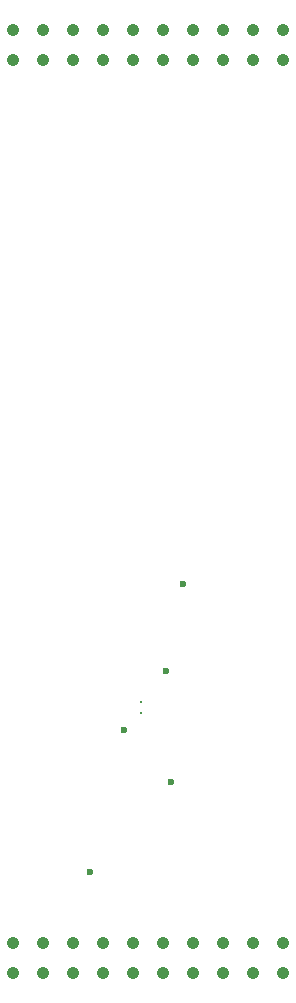
<source format=gbr>
%TF.GenerationSoftware,Altium Limited,Altium Designer,23.4.1 (23)*%
G04 Layer_Color=0*
%FSLAX45Y45*%
%MOMM*%
%TF.SameCoordinates,B91EE142-B30E-402A-A340-A1283DCE037E*%
%TF.FilePolarity,Positive*%
%TF.FileFunction,Plated,1,2,PTH,Drill*%
%TF.Part,Single*%
G01*
G75*
%TA.AperFunction,ComponentDrill*%
%ADD35C,1.04000*%
%ADD36C,0.30000*%
%TA.AperFunction,ViaDrill,NotFilled*%
%ADD37C,0.60000*%
D35*
X2794000Y8492000D02*
D03*
Y8238000D02*
D03*
X2540000Y8492000D02*
D03*
Y8238000D02*
D03*
X2286000Y8492000D02*
D03*
Y8238000D02*
D03*
X2032000Y8492000D02*
D03*
Y8238000D02*
D03*
X1778000Y8492000D02*
D03*
Y8238000D02*
D03*
X1524000Y8492000D02*
D03*
Y8238000D02*
D03*
X1270000Y8492000D02*
D03*
Y8238000D02*
D03*
X1016000Y8492000D02*
D03*
Y8238000D02*
D03*
X762000Y8492000D02*
D03*
Y8238000D02*
D03*
X508000Y8492000D02*
D03*
Y8238000D02*
D03*
X2794000Y762000D02*
D03*
Y508000D02*
D03*
X2540000Y762000D02*
D03*
Y508000D02*
D03*
X2286000Y762000D02*
D03*
Y508000D02*
D03*
X2032000Y762000D02*
D03*
Y508000D02*
D03*
X1778000Y762000D02*
D03*
Y508000D02*
D03*
X1524000Y762000D02*
D03*
Y508000D02*
D03*
X1270000Y762000D02*
D03*
Y508000D02*
D03*
X1016000Y762000D02*
D03*
Y508000D02*
D03*
X762000Y762000D02*
D03*
Y508000D02*
D03*
X508000Y762000D02*
D03*
Y508000D02*
D03*
D36*
X1587500Y2705900D02*
D03*
Y2805900D02*
D03*
D37*
X1841500Y2120900D02*
D03*
X1803400Y3060700D02*
D03*
X1943100Y3797300D02*
D03*
X1447800Y2565400D02*
D03*
X1155700Y1358900D02*
D03*
%TF.MD5,909634663c1cab316d64d03e0bf6188f*%
M02*

</source>
